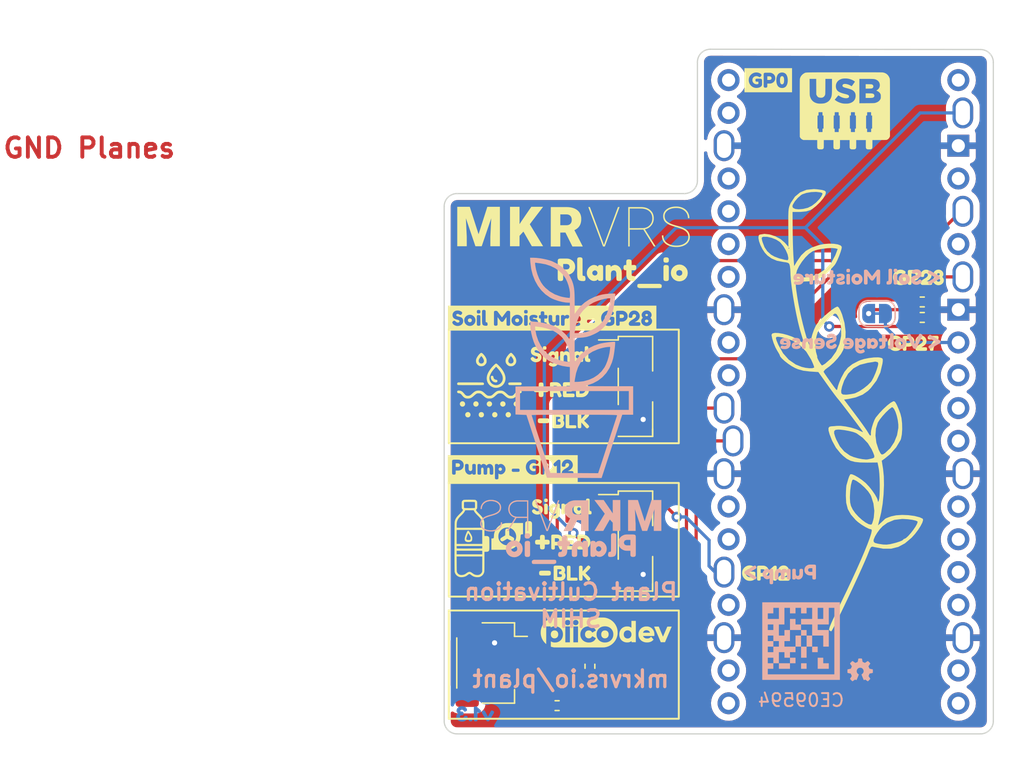
<source format=kicad_pcb>
(kicad_pcb (version 20211014) (generator pcbnew)
  (layers (0 "F.Cu" signal) (31 "B.Cu" signal) (34 "B.Paste" user) (35 "F.Paste" user) (36 "B.SilkS" user "B.Silkscreen") (37 "F.SilkS" user "F.Silkscreen") (38 "B.Mask" user) (39 "F.Mask" user) (44 "Edge.Cuts" user))
  (net 0 "")
  (net 1 "/Digital Pump_PWM")
  (net 2 "GND")
  (net 3 "VCC")
  (net 4 "/Soil_Moisture_sens_ADC")
  (net 5 "+3V3")
  (net 23 "/I2C0_SDA")
  (net 24 "/I2C0_SCL")
  (net 33 "Net-(JP1-Pad2)")
  (net 34 "/V_BAT")
  (footprint "kibuzzard-642512F4" (layer "F.Cu") (at 95.45 71)
    (fp_text reference "kibuzzard-642512F4" hide)
    (fp_text value "G***" hide)
  )
  (footprint "Resistor_SMD:R_0402_1005Metric" (layer "F.Cu") (at 124.75 63)
    (fp_text reference "R3" hide)
    (fp_text value "10k")
    (pad "1" smd roundrect (at -0.51 0) (size 0.54 0.64) (layers "F.Cu" "F.Paste" "F.Mask") (net 3 "VCC"))
    (pad "2" smd roundrect (at 0.51 0) (size 0.54 0.64) (layers "F.Cu" "F.Paste" "F.Mask") (net 33 "Net-(JP1-Pad2)"))
  )
  (footprint "kibuzzard-64251509" (layer "F.Cu") (at 124.05 65)
    (fp_text reference "kibuzzard-64251509" hide)
    (fp_text value "G***" hide)
  )
  (footprint "kibuzzard-642514F3" (layer "F.Cu") (at 124.45 59.9)
    (fp_text reference "kibuzzard-642514F3" hide)
    (fp_text value "G***" hide)
  )
  (footprint "CoreElectronics_Artwork:piicodev_logo_10.2x2.5mm" (layer "F.Cu") (at 100.3 87.4736)
    (fp_text reference "G***" hide)
    (fp_text value "LOGO" hide)
  )
  (footprint "Liam-Footprints:Pico-Shim-Fit_Oval-Spark" (layer "F.Cu") (at 118.75 68.75)
    (fp_text reference "U1" hide)
    (fp_text value "RaspberryPi_Pico_R3")
    (pad "1" thru_hole oval (at -8.99 -24.13) (size 1.7 1.7) (drill 1.02) (layers *.Cu *.Mask))
    (pad "2" thru_hole oval (at -8.99 -21.59) (size 1.7 1.7) (drill 1.02) (layers *.Cu *.Mask))
    (pad "3" thru_hole oval (at -9.34 -19.05) (size 1.6 2.4) (drill oval 1.1 1.9) (layers *.Cu *.Mask) (net 2 "GND"))
    (pad "4" thru_hole oval (at -8.99 -16.51) (size 1.7 1.7) (drill 1.02) (layers *.Cu *.Mask))
    (pad "5" thru_hole oval (at -8.99 -13.97) (size 1.7 1.7) (drill 1.02) (layers *.Cu *.Mask))
    (pad "6" thru_hole oval (at -8.99 -11.43) (size 1.7 1.7) (drill 1.02) (layers *.Cu *.Mask))
    (pad "7" thru_hole oval (at -8.99 -8.89) (size 1.7 1.7) (drill 1.02) (layers *.Cu *.Mask))
    (pad "8" thru_hole oval (at -9.34 -6.35) (size 1.6 2.4) (drill oval 1.1 1.9) (layers *.Cu *.Mask) (net 2 "GND"))
    (pad "9" thru_hole oval (at -8.99 -3.81) (size 1.7 1.7) (drill 1.02) (layers *.Cu *.Mask))
    (pad "10" thru_hole oval (at -8.99 -1.27) (size 1.7 1.7) (drill 1.02) (layers *.Cu *.Mask))
    (pad "11" thru_hole oval (at -9.34 1.27) (size 1.6 2.4) (drill oval 1.1 1.9) (layers *.Cu *.Mask) (net 23 "/I2C0_SDA"))
    (pad "12" thru_hole oval (at -8.64 3.81) (size 1.6 2.4) (drill oval 1.1 1.9) (layers *.Cu *.Mask) (net 24 "/I2C0_SCL"))
    (pad "13" thru_hole oval (at -9.34 6.35) (size 1.6 2.4) (drill oval 1.1 1.9) (layers *.Cu *.Mask) (net 2 "GND"))
    (pad "14" thru_hole oval (at -8.99 8.89) (size 1.7 1.7) (drill 1.02) (layers *.Cu *.Mask))
    (pad "15" thru_hole oval (at -8.99 11.43) (size 1.7 1.7) (drill 1.02) (layers *.Cu *.Mask))
    (pad "16" thru_hole oval (at -9.34 13.97) (size 1.6 2.4) (drill oval 1.1 1.9) (layers *.Cu *.Mask) (net 1 "/Digital Pump_PWM"))
    (pad "17" thru_hole oval (at -8.99 16.51) (size 1.7 1.7) (drill 1.02) (layers *.Cu *.Mask))
    (pad "18" thru_hole oval (at -9.34 19.05) (size 1.6 2.4) (drill oval 1.1 1.9) (layers *.Cu *.Mask) (net 2 "GND"))
    (pad "19" thru_hole oval (at -8.99 21.59) (size 1.7 1.7) (drill 1.02) (layers *.Cu *.Mask))
    (pad "20" thru_hole oval (at -8.99 24.13) (size 1.7 1.7) (drill 1.02) (layers *.Cu *.Mask))
    (pad "21" thru_hole oval (at 8.79 24.13) (size 1.7 1.7) (drill 1.02) (layers *.Cu *.Mask))
    (pad "22" thru_hole oval (at 8.79 21.59) (size 1.7 1.7) (drill 1.02) (layers *.Cu *.Mask))
    (pad "23" thru_hole oval (at 9.14 19.05) (size 1.6 2.4) (drill oval 1.1 1.9) (layers *.Cu *.Mask) (net 2 "GND"))
    (pad "24" thru_hole oval (at 8.79 16.51) (size 1.7 1.7) (drill 1.02) (layers *.Cu *.Mask))
    (pad "25" thru_hole oval (at 8.79 13.97) (size 1.7 1.7) (drill 1.02) (layers *.Cu *.Mask))
    (pad "26" thru_hole oval (at 8.79 11.43) (size 1.7 1.7) (drill 1.02) (layers *.Cu *.Mask))
    (pad "27" thru_hole oval (at 8.79 8.89) (size 1.7 1.7) (drill 1.02) (layers *.Cu *.Mask))
    (pad "28" thru_hole oval (at 9.14 6.35) (size 1.6 2.4) (drill oval 1.1 1.9) (layers *.Cu *.Mask) (net 2 "GND"))
    (pad "29" thru_hole oval (at 8.79 3.81) (size 1.7 1.7) (drill 1.02) (layers *.Cu *.Mask))
    (pad "30" thru_hole oval (at 8.79 1.27) (size 1.7 1.7) (drill 1.02) (layers *.Cu *.Mask))
    (pad "31" thru_hole oval (at 8.79 -1.27) (size 1.7 1.7) (drill 1.02) (layers *.Cu *.Mask))
    (pad "32" thru_hole oval (at 8.79 -3.81) (size 1.7 1.7) (drill 1.02) (layers *.Cu *.Mask) (net 34 "/V_BAT"))
    (pad "33" thru_hole rect (at 8.79 -6.35) (size 1.7 1.7) (drill 1.02) (layers *.Cu *.Mask) (net 2 "GND"))
    (pad "34" thru_hole oval (at 9.14 -8.89) (size 1.6 2.4) (drill oval 1.1 1.9) (layers *.Cu *.Mask) (net 4 "/Soil_Moisture_sens_ADC"))
    (pad "35" thru_hole oval (at 8.79 -11.43) (size 1.7 1.7) (drill 1.02) (layers *.Cu *.Mask))
    (pad "36" thru_hole oval (at 9.14 -13.97) (size 1.6 2.4) (drill oval 1.1 1.9) (layers *.Cu *.Mask) (net 5 "+3V3"))
    (pad "37" thru_hole oval (at 8.79 -16.51) (size 1.7 1.7) (drill 1.02) (layers *.Cu *.Mask))
    (pad "38" thru_hole rect (at 8.79 -19.05) (size 1.7 1.7) (drill 1.02) (layers *.Cu *.Mask) (net 2 "GND"))
    (pad "39" thru_hole oval (at 9.14 -21.59) (size 1.6 2.4) (drill oval 1.1 1.9) (layers *.Cu *.Mask) (net 3 "VCC"))
    (pad "40" thru_hole oval (at 8.79 -24.13) (size 1.7 1.7) (drill 1.02) (layers *.Cu *.Mask))
  )
  (footprint "Fiducial:Fiducial_1mm_Mask2mm" (layer "F.Cu") (at 123.722 92.8696)
    (fp_text reference "FID1" hide)
    (fp_text value "Fiducial")
    (pad "" smd circle locked (at 0 0) (size 1 1) (layers "F.Cu" "F.Mask") (clearance 0.5))
  )
  (footprint "Artwork-SoilProject:makerverse-logo" (layer "F.Cu") (at 97.76 55.9776)
    (fp_text reference "G***" hide)
    (fp_text value "LOGO" hide)
  )
  (footprint "Liam-Footprints:PinHeader_1x03_P2.54mm_Vertical_SMD_Pin1Left-BetterMechanical" (layer "F.Cu") (at 102.408 68.3416)
    (fp_text reference "J2" hide)
    (fp_text value "Sol_Conn")
    (pad "1" smd rect (at -1.51 -2.6) (size 2.6 1.6) (layers "F.Cu" "F.Paste" "F.Mask") (net 4 "/Soil_Moisture_sens_ADC"))
    (pad "2" smd rect (at 1.8 0) (size 2.8 1.6) (layers "F.Cu" "F.Paste" "F.Mask") (net 5 "+3V3"))
    (pad "3" smd rect (at -1.51 2.54) (size 2.6 1.6) (layers "F.Cu" "F.Paste" "F.Mask") (net 2 "GND"))
  )
  (footprint "kibuzzard-63FE8B61" (layer "F.Cu") (at 101.57 59.5336)
    (fp_text reference "kibuzzard-63FE8B61" hide)
    (fp_text value "G***" hide)
  )
  (footprint "kibuzzard-63FC007A" (layer "F.Cu") (at 96.108 63.0416)
    (fp_text reference "kibuzzard-63FC007A" hide)
    (fp_text value "G***" hide)
  )
  (footprint "kibuzzard-64251367" (layer "F.Cu") (at 96.75 66.0176)
    (fp_text reference "kibuzzard-64251367" hide)
    (fp_text value "G***" hide)
  )
  (footprint "Liam-Footprints:PinHeader_1x03_P2.54mm_Vertical_SMD_Pin1Left-BetterMechanical" (layer "F.Cu") (at 102.408 80.3176)
    (fp_text reference "J1" hide)
    (fp_text value "Pump_Conn")
    (pad "1" smd rect (at -1.51 -2.6) (size 2.6 1.6) (layers "F.Cu" "F.Paste" "F.Mask") (net 1 "/Digital Pump_PWM"))
    (pad "2" smd rect (at 1.8 0) (size 2.8 1.6) (layers "F.Cu" "F.Paste" "F.Mask") (net 3 "VCC"))
    (pad "3" smd rect (at -1.51 2.54) (size 2.6 1.6) (layers "F.Cu" "F.Paste" "F.Mask") (net 2 "GND"))
  )
  (footprint "kibuzzard-64251322" (layer "F.Cu") (at 97.45 68.6)
    (fp_text reference "kibuzzard-64251322" hide)
    (fp_text value "G***" hide)
  )
  (footprint "Artwork-SoilProject:soil-symbol" (layer "F.Cu") (at 91.25 68.2416)
    (fp_text reference "G***" hide)
    (fp_text value "LOGO" hide)
  )
  (footprint "Fiducial:Fiducial_1mm_Mask2mm" (layer "F.Cu") (at 123.722 52.2296)
    (fp_text reference "FID2" hide)
    (fp_text value "Fiducial")
    (pad "" smd circle locked (at 0 0) (size 1 1) (layers "F.Cu" "F.Mask") (clearance 0.5))
  )
  (footprint "kibuzzard-642512F4" (layer "F.Cu") (at 95.55 82.8)
    (fp_text reference "kibuzzard-642512F4" hide)
    (fp_text value "G***" hide)
  )
  (footprint "kibuzzard-63FC05E1" (layer "F.Cu") (at 93.058 74.7676)
    (fp_text reference "kibuzzard-63FC05E1" hide)
    (fp_text value "G***" hide)
  )
  (footprint "Resistor_SMD:R_0402_1005Metric" (layer "F.Cu") (at 99.03 90.0136 -90)
    (fp_text reference "R1" hide)
    (fp_text value "10k")
    (pad "1" smd roundrect locked (at -0.51 0 270) (size 0.54 0.64) (layers "F.Cu" "F.Paste" "F.Mask") (net 5 "+3V3"))
    (pad "2" smd roundrect locked (at 0.51 0 270) (size 0.54 0.64) (layers "F.Cu" "F.Paste" "F.Mask") (net 23 "/I2C0_SDA"))
  )
  (footprint "kibuzzard-6425130D" (layer "F.Cu") (at 95.35 80.4)
    (fp_text reference "kibuzzard-6425130D" hide)
    (fp_text value "G***" hide)
  )
  (footprint "Connector_JST:JST_SH_SM04B-SRSS-TB_1x04-1MP_P1.00mm_Horizontal" (layer "F.Cu") (at 91.41 89.7596 -90)
    (fp_text reference "J3" hide)
    (fp_text value "Conn_PiicoDev_socket")
    (pad "1" smd roundrect locked (at -1.5 -2 270) (size 0.6 1.55) (layers "F.Cu" "F.Paste" "F.Mask") (net 2 "GND"))
    (pad "2" smd roundrect locked (at -0.5 -2 270) (size 0.6 1.55) (layers "F.Cu" "F.Paste" "F.Mask") (net 5 "+3V3"))
    (pad "3" smd roundrect locked (at 0.5 -2 270) (size 0.6 1.55) (layers "F.Cu" "F.Paste" "F.Mask") (net 23 "/I2C0_SDA"))
    (pad "4" smd roundrect locked (at 1.5 -2 270) (size 0.6 1.55) (layers "F.Cu" "F.Paste" "F.Mask") (net 24 "/I2C0_SCL"))
    (pad "MP" smd roundrect locked (at -2.8 1.875 270) (size 1.2 1.8) (layers "F.Cu" "F.Paste" "F.Mask") (roundrect_rratio 0.2083333333))
    (pad "MP" smd roundrect locked (at 2.8 1.875 270) (size 1.2 1.8) (layers "F.Cu" "F.Paste" "F.Mask") (roundrect_rratio 0.2083333333))
  )
  (footprint "Resistor_SMD:R_0402_1005Metric" (layer "F.Cu") (at 124.75 61.8)
    (fp_text reference "R4" hide)
    (fp_text value "10k")
    (pad "1" smd roundrect (at -0.51 0) (size 0.54 0.64) (layers "F.Cu" "F.Paste" "F.Mask") (net 33 "Net-(JP1-Pad2)"))
    (pad "2" smd roundrect (at 0.51 0) (size 0.54 0.64) (layers "F.Cu" "F.Paste" "F.Mask") (net 2 "GND"))
  )
  (footprint "Resistor_SMD:R_0402_1005Metric" (layer "F.Cu") (at 96.49 93.0616)
    (fp_text reference "R2" hide)
    (fp_text value "10k")
    (pad "1" smd roundrect locked (at -0.51 0) (size 0.54 0.64) (layers "F.Cu" "F.Paste" "F.Mask") (net 5 "+3V3"))
    (pad "2" smd roundrect locked (at 0.51 0) (size 0.54 0.64) (layers "F.Cu" "F.Paste" "F.Mask") (net 24 "/I2C0_SCL"))
  )
  (footprint "kibuzzard-64251517" (layer "F.Cu") (at 112.65 82.8)
    (fp_text reference "kibuzzard-64251517" hide)
    (fp_text value "G***" hide)
  )
  (footprint "kibuzzard-64251322" (layer "F.Cu") (at 97.55 80.4)
    (fp_text reference "kibuzzard-64251322" hide)
    (fp_text value "G***" hide)
  )
  (footprint "kibuzzard-63FC0833" (layer "F.Cu") (at 112.83 44.6296)
    (fp_text reference "kibuzzard-63FC0833" hide)
    (fp_text value "G***" hide)
  )
  (footprint "Artwork-SoilProject:plant-front-test" (layer "F.Cu") (at 118.782 70.3796)
    (fp_text reference "G***" hide)
    (fp_text value "LOGO" hide)
  )
  (footprint "kibuzzard-642512E6" (layer "F.Cu") (at 97.65 82.8)
    (fp_text reference "kibuzzard-642512E6" hide)
    (fp_text value "G***" hide)
  )
  (footprint "kibuzzard-6425130D" (layer "F.Cu") (at 95.25 68.6)
    (fp_text reference "kibuzzard-6425130D" hide)
    (fp_text value "G***" hide)
  )
  (footprint "Artwork-SoilProject:usb_ico" (layer "F.Cu") (at 118.75 47)
    (fp_text reference "G***" hide)
    (fp_text value "LOGO" hide)
  )
  (footprint "Artwork-SoilProject:pump-6x6" (layer "F.Cu") (at 91.55 80.1176)
    (fp_text reference "G***" hide)
    (fp_text value "LOGO" hide)
  )
  (footprint "kibuzzard-642512E6" (layer "F.Cu") (at 97.55 71)
    (fp_text reference "kibuzzard-642512E6" hide)
    (fp_text value "G***" hide)
  )
  (footprint "kibuzzard-64251367" (layer "F.Cu") (at 96.85 77.8176)
    (fp_text reference "kibuzzard-64251367" hide)
    (fp_text value "G***" hide)
  )
  (footprint "Artwork-SoilProject:datamatrix-ce09594" (layer "B.Cu") (at 115.37 88.0636 180)
    (fp_text reference "G***" hide)
    (fp_text value "LOGO" hide)
  )
  (footprint "kibuzzard-64251220" (layer "B.Cu") (at 113.75 82.9 180)
    (fp_text reference "kibuzzard-64251220" hide)
    (fp_text value "G***" hide)
  )
  (footprint "CoreElectronics_Components:SolderJumper-2_P1.3mm_Bridged_RoundedPad1.0x1.5mm" (layer "B.Cu") (at 121.25 62.7 180)
    (fp_text reference "JP1" hide)
    (fp_text value "SolderJumper_2_Bridged")
    (fp_poly (pts (xy 0.25 0.1) (xy -0.25 0.1) (xy -0.25 -0.1) (xy 0.25 -0.1)) (layer "B.Cu") (width 0) (fill solid))
    (pad "1" smd custom locked (at -0.65 0 180) (size 1 0.5) (layers "B.Cu" "B.Mask") (net 34 "/V_BAT") (options (clearance outline) (anchor rect)) (primitives (gr_circle (center 0 -0.25) (end 0.5 -0.25) (width 0) (fill yes)) (gr_circle (center 0 0.25) (end 0.5 0.25) (width 0) (fill yes)) (gr_poly (pts (xy 0 0.75) (xy 0.5 0.75) (xy 0.5 -0.75) (xy 0 -0.75)) (width 0) (fill yes))))
    (pad "2" smd custom locked (at 0.65 0 180) (size 1 0.5) (layers "B.Cu" "B.Mask") (net 33 "Net-(JP1-Pad2)") (options (clearance outline) (anchor rect)) (primitives (gr_circle (center 0 -0.25) (end 0.5 -0.25) (width 0) (fill yes)) (gr_circle (center 0 0.25) (end 0.5 0.25) (width 0) (fill yes)) (gr_poly (pts (xy 0 0.75) (xy -0.5 0.75) (xy -0.5 -0.75) (xy 0 -0.75)) (width 0) (fill yes))))
  )
  (footprint "CoreElectronics_Artwork:oshw" (layer "B.Cu") (at 119.95 90.3 180)
    (fp_text reference "G***" hide)
    (fp_text value "LOGO" hide)
  )
  (footprint "CoreElectronics_Artwork:makerverse_logo_short_14.0x2.4mm" (layer "B.Cu") (at 97.55 78.35 180)
    (fp_text reference "G***" hide)
    (fp_text value "LOGO" hide)
  )
  (footprint "kibuzzard-64251D2A" (layer "B.Cu") (at 90.15 93.7 180)
    (fp_text reference "kibuzzard-64251D2A" hide)
    (fp_text value "G***" hide)
    (fp_poly (pts (xy -0.585788 0.237331) (xy -0.523875 0.186531) (xy -0.503238 0.132556) (xy -0.534988 0.045244) (xy -0.8636 -0.518319) (xy -0.9144 -0.566738) (xy -0.983456 -0.588169) (xy -1.048544 -0.5715) (xy -1.0922 -0.537369) (xy -1.106488 -0.519906) (xy -1.436688 0.045244) (xy -1.468438 0.130969) (xy -1.4478 0.186134) (xy -1.385888 0.237331) (xy -1.290638 0.272256) (xy -1.235869 0.250825) (xy -1.1938 0.186531) (xy -0.985838 -0.213519) (xy -0.777875 0.186531) (xy -0.751681 0.230188) (xy -0.7239 0.257175) (xy -0.6731 0.270669) (xy -0.585788 0.237331)) (layer "B.Cu") (width 0) (fill solid))
    (fp_poly (pts (xy -0.13335 0.543719) (xy -0.043656 0.584994) (xy 0.03175 0.577056) (xy 0.073025 0.5588) (xy 0.09525 0.524669) (xy 0.103187 0.440531) (xy 0.103187 -0.443706) (xy 0.100806 -0.498475) (xy 0.085725 -0.540544) (xy 0.043656 -0.572691) (xy -0.0381 -0.583406) (xy -0.117872 -0.573087) (xy -0.160337 -0.542131) (xy -0.175419 -0.498475) (xy -0.1778 -0.440531) (xy -0.1778 0.126206) (xy -0.198438 0.107156) (xy -0.309562 0.057944) (xy -0.405606 0.113506) (xy -0.455613 0.211931) (xy -0.398463 0.305594) (xy -0.138113 0.540544) (xy -0.13335 0.543719)) (layer "B.Cu") (width 0) (fill solid))
    (fp_poly (pts (xy 0.47625 -0.318294) (xy 0.503238 -0.429419) (xy 0.503238 -0.435769) (xy 0.500856 -0.492125) (xy 0.484188 -0.535781) (xy 0.442317 -0.570309) (xy 0.364331 -0.581819) (xy 0.284559 -0.574278) (xy 0.237331 -0.551656) (xy 0.206375 -0.437356) (xy 0.206375 -0.431006) (xy 0.208756 -0.375444) (xy 0.223838 -0.332581) (xy 0.265708 -0.296863) (xy 0.343694 -0.284956) (xy 0.424855 -0.293291) (xy 0.47625 -0.318294)) (layer "B.Cu") (width 0) (fill solid))
    (fp_poly (pts (xy 1.319213 0.038894) (xy 1.319213 0.027781) (xy 1.366044 -0.00635) (xy 1.41605 -0.057944) (xy 1.455341 -0.129381) (xy 1.468438 -0.210344) (xy 1.454326 -0.316971) (xy 1.411993 -0.410369) (xy 1.341438 -0.490537) (xy 1.249539 -0.551833) (xy 1.143176 -0.58861) (xy 1.02235 -0.600869) (xy 0.902406 -0.588522) (xy 0.796572 -0.55148) (xy 0.70485 -0.489744) (xy 0.660003 -0.440134) (xy 0.620712 -0.377031) (xy 0.60325 -0.335756) (xy 0.600075 -0.319881) (xy 0.582613 -0.234156) (xy 0.621506 -0.1651) (xy 0.738187 -0.142081) (xy 0.822325 -0.157956) (xy 0.86995 -0.240506) (xy 0.957263 -0.316706) (xy 1.023937 -0.326231) (xy 1.096962 -0.317698) (xy 1.147762 -0.2921) (xy 1.18745 -0.215106) (xy 1.148556 -0.1397) (xy 1.056481 -0.107156) (xy 0.98425 -0.103981) (xy 0.942975 -0.088106) (xy 0.910828 -0.047228) (xy 0.900112 0.034131) (xy 0.914797 0.122634) (xy 0.95885 0.165894) (xy 1.0414 0.173831) (xy 1.131887 0.189309) (xy 1.16205 0.235744) (xy 1.1303 0.299244) (xy 1.042194 0.329406) (xy 0.9525 0.310356) (xy 0.911225 0.272256) (xy 0.9017 0.253206) (xy 0.85725 0.193675) (xy 0.796925 0.173831) (xy 0.709613 0.202406) (xy 0.650081 0.252016) (xy 0.630237 0.308769) (xy 0.66675 0.416719) (xy 0.701675 0.466725) (xy 0.767556 0.529431) (xy 0.872331 0.578644) (xy 0.94357 0.595313) (xy 1.02235 0.600869) (xy 1.143353 0.588522) (xy 1.246011 0.55148) (xy 1.330325 0.489744) (xy 1.392943 0.412574) (xy 1.430514 0.32923) (xy 1.443038 0.239713) (xy 1.429279 0.155663) (xy 1.388004 0.088724) (xy 1.319213 0.038894)) (layer "B.Cu") (width 0) (fill solid))
  )
  (footprint "kibuzzard-642511A6" (layer "B.Cu") (at 120.45 59.85 180)
    (fp_text reference "kibuzzard-642511A6" hide)
    (fp_text value "G***" hide)
  )
  (footprint "kibuzzard-63FE8B61" (layer "B.Cu") (at 97.55 80.9 180)
    (fp_text reference "kibuzzard-63FE8B61" hide)
    (fp_text value "G***" hide)
  )
  (footprint "Artwork-SoilProject:plant-artwork" (layer "B.Cu") (at 97.550001 66.9056 180)
    (fp_text reference "G***" hide)
    (fp_text value "LOGO" hide)
  )
  (footprint "kibuzzard-64251DB8" (layer "B.Cu") (at 119.95 65 180)
    (fp_text reference "kibuzzard-64251DB8" hide)
    (fp_text value "G***" hide)
  )
  (gr_rect (start 88.108 85.6956) (end 105.908 94.0776) (layer "F.SilkS") (width 0.15) (fill none))
  (gr_rect (start 105.908 72.7416) (end 88.108 63.9416) (layer "F.SilkS") (width 0.15) (fill none))
  (gr_rect (start 105.908 84.6176) (end 88.108 75.8176) (layer "F.SilkS") (width 0.15) (fill none))
  (gr_line (start 87.750001 54.4056) (end 87.750001 94.249999) (layer "Edge.Cuts") (width 0.1))
  (gr_line (start 107.350001 43.2296) (end 107.350001 52.4056) (layer "Edge.Cuts") (width 0.1))
  (gr_line (start 129.249999 95.249999) (end 88.750001 95.249999) (layer "Edge.Cuts") (width 0.1))
  (gr_line (start 108.350001 42.2296) (end 129.249999 42.250001) (layer "Edge.Cuts") (width 0.1))
  (gr_arc (start 87.750001 54.4056) (mid 88.042894 53.698493) (end 88.750001 53.4056) (layer "Edge.Cuts") (width 0.1))
  (gr_arc (start 107.350001 52.4056) (mid 107.057108 53.112707) (end 106.350001 53.4056) (layer "Edge.Cuts") (width 0.1))
  (gr_arc (start 130.249999 94.249999) (mid 129.957106 94.957106) (end 129.249999 95.249999) (layer "Edge.Cuts") (width 0.1))
  (gr_arc (start 88.750001 95.249999) (mid 88.042894 94.957106) (end 87.750001 94.249999) (layer "Edge.Cuts") (width 0.1))
  (gr_arc (start 129.249999 42.250001) (mid 129.957106 42.542894) (end 130.249999 43.250001) (layer "Edge.Cuts") (width 0.1))
  (gr_line (start 130.249999 43.250001) (end 130.249999 94.249999) (layer "Edge.Cuts") (width 0.1))
  (gr_line (start 106.350001 53.4056) (end 88.750001 53.4056) (layer "Edge.Cuts") (width 0.1))
  (gr_arc (start 107.350001 43.2296) (mid 107.642894 42.522493) (end 108.350001 42.2296) (layer "Edge.Cuts") (width 0.1))
  (gr_text "GND Planes" (at 60.282 49.8796) (layer "F.Cu") (effects (font (size 1.5 1.5) (thickness 0.3))))
  (gr_text "Plant Cultivation\nSHIM" (at 97.55 85.3) (layer "B.SilkS") (effects (font (size 1.3 1.3) (thickness 0.25)) (justify mirror)))
  (gr_text "mkrvrs.io/plant" (at 97.55 91) (layer "B.SilkS") (effects (font (size 1.3 1.3) (thickness 0.25)) (justify mirror)))
  (gr_text "CE09594" (at 115.37 92.6356) (layer "B.SilkS") (effects (font (size 1 1)) (justify mirror)))
  (segment (start 100.898 77.6176) (end 104.9176 77.6176) (width 0.25) (layer "F.Cu") (net 1))
  (segment (start 104.9176 77.6176) (end 105.75 78.45) (width 0.25) (layer "F.Cu") (net 1))
  (via (at 105.75 78.45) (size 0.8) (drill 0.4) (layers "F.Cu" "B.Cu") (net 1))
  (segment (start 109.41 82.72) (end 108.72 82.72) (width 0.25) (layer "B.Cu") (net 1))
  (segment (start 108.25 80.25) (end 106.45 78.45) (width 0.25) (layer "B.Cu") (net 1))
  (segment (start 106.45 78.45) (end 105.75 78.45) (width 0.25) (layer "B.Cu") (net 1))
  (segment (start 108.25 82.25) (end 108.375 82.375) (width 0.25) (layer "B.Cu") (net 1))
  (segment (start 108.25 80.25) (end 108.25 82.25) (width 0.25) (layer "B.Cu") (net 1))
  (segment (start 108.72 82.72) (end 108.375 82.375) (width 0.25) (layer "B.Cu") (net 1))
  (segment (start 108.375 82.375) (end 108.75 82.75) (width 0.25) (layer "B.Cu") (net 1))
  (segment (start 103.15 82.9) (end 103.0076 82.7576) (width 0.25) (layer "F.Cu") (net 2))
  (segment (start 91.65 88.2) (end 91.7096 88.2596) (width 0.25) (layer "F.Cu") (net 2))
  (segment (start 125.86 62.4) (end 127.54 62.4) (width 0.25) (layer "F.Cu") (net 2))
  (segment (start 125.26 61.8) (end 125.86 62.4) (width 0.25) (layer "F.Cu") (net 2))
  (segment (start 103.0076 82.7576) (end 100.898 82.7576) (width 0.25) (layer "F.Cu") (net 2))
  (segment (start 91.7096 88.2596) (end 93.41 88.2596) (width 0.25) (layer "F.Cu") (net 2))
  (via (at 103.15 70.9) (size 0.8) (drill 0.4) (layers "F.Cu" "B.Cu") (net 2))
  (via (at 91.65 88.2) (size 0.8) (drill 0.4) (layers "F.Cu" "B.Cu") (net 2))
  (via (at 103.15 82.9) (size 0.8) (drill 0.4) (layers "F.Cu" "B.Cu") (net 2))
  (segment (start 123.54 63.7) (end 124.24 63) (width 0.25) (layer "F.Cu") (net 3))
  (segment (start 98.2676 80.2176) (end 97.75 79.7) (width 0.25) (layer "F.Cu") (net 3))
  (segment (start 104.208 80.2176) (end 98.2676 80.2176) (width 0.3) (layer "F.Cu") (net 3))
  (segment (start 117.55 63.7) (end 123.54 63.7) (width 0.25) (layer "F.Cu") (net 3))
  (via (at 97.75 79.7) (size 0.8) (drill 0.4) (layers "F.Cu" "B.Cu") (net 3))
  (via (at 117.55 63.7) (size 0.8) (drill 0.4) (layers "F.Cu" "B.Cu") (net 3))
  (segment (start 105.7 56.05) (end 95.5 66.25) (width 0.25) (layer "B.Cu") (net 3))
  (segment (start 124.59 47.16) (end 115.7 56.05) (width 0.25) (layer "B.Cu") (net 3))
  (segment (start 95.5 77.45) (end 97.75 79.7) (width 0.25) (layer "B.Cu") (net 3))
  (segment (start 95.5 66.25) (end 95.5 77.45) (width 0.25) (layer "B.Cu") (net 3))
  (segment (start 115.7 56.05) (end 105.7 56.05) (width 0.25) (layer "B.Cu") (net 3))
  (segment (start 127.54 47.16) (end 124.59 47.16) (width 0.25) (layer "B.Cu") (net 3))
  (segment (start 117.55 63.7) (end 117.05 63.2) (width 0.25) (layer "B.Cu") (net 3))
  (segment (start 117.05 63.2) (end 117.05 57.4) (width 0.25) (layer "B.Cu") (net 3))
  (segment (start 117.05 57.4) (end 115.7 56.05) (width 0.25) (layer "B.Cu") (net 3))
  (segment (start 107.3416 65.8416) (end 107.7 66.2) (width 0.25) (layer "F.Cu") (net 4))
  (segment (start 107.7 66.2) (end 111.25 66.2) (width 0.25) (layer "F.Cu") (net 4))
  (segment (start 111.25 66.2) (end 117.59 59.86) (width 0.25) (layer "F.Cu") (net 4))
  (segment (start 117.59 59.86) (end 127.74 59.86) (width 0.25) (layer "F.Cu") (net 4))
  (segment (start 100.753 65.8416) (end 107.3416 65.8416) (width 0.25) (layer "F.Cu") (net 4))
  (segment (start 97.8084 68.4416) (end 97.8084 68.1916) (width 0.25) (layer "F.Cu") (net 5))
  (segment (start 97.8084 68.1916) (end 97.8084 65.4416) (width 0.25) (layer "F.Cu") (net 5))
  (segment (start 96.5 88.5) (end 96.75 88.5) (width 0.25) (layer "F.Cu") (net 5))
  (segment (start 98.0584 68.4416) (end 97.8084 68.1916) (width 0.25) (layer "F.Cu") (net 5))
  (segment (start 96.5 88.25) (end 96.5 69.75) (width 0.25) (layer "F.Cu") (net 5))
  (segment (start 93.41 89.2596) (end 95.7404 89.2596) (width 0.25) (layer "F.Cu") (net 5))
  (segment (start 95.7404 89.2596) (end 96.5 88.5) (width 0.25) (layer "F.Cu") (net 5))
  (segment (start 97.8084 68.4416) (end 98.0584 68.4416) (width 0.25) (layer "F.Cu") (net 5))
  (segment (start 96.5 69.75) (end 97.8084 68.4416) (width 0.25) (layer "F.Cu") (net 5))
  (segment (start 91.75 91.75) (end 91.75 89.75) (width 0.25) (layer "F.Cu") (net 5))
  (segment (start 123.92 58.6) (end 127.74 54.78) (width 0.25) (layer "F.Cu") (net 5))
  (segment (start 99.03 88.78) (end 99.03 89.5036) (width 0.25) (layer "F.Cu") (net 5))
  (segment (start 98.0584 68.4416) (end 104.063 68.4416) (width 0.25) (layer "F.Cu") (net 5))
  (segment (start 98.75 88.5) (end 99.03 88.78) (width 0.25) (layer "F.Cu") (net 5))
  (segment (start 93.0616 93.0616) (end 91.75 91.75) (width 0.25) (layer "F.Cu") (net 5))
  (segment (start 92.2404 89.2596) (end 93.41 89.2596) (width 0.25) (layer "F.Cu") (net 5))
  (segment (start 96.75 88.5) (end 98.75 88.5) (width 0.25) (layer "F.Cu") (net 5))
  (segment (start 104.65 58.6) (end 123.92 58.6) (width 0.25) (layer "F.Cu") (net 5))
  (segment (start 91.75 89.75) (end 92.2404 89.2596) (width 0.25) (layer "F.Cu") (net 5))
  (segment (start 97.8084 65.4416) (end 104.65 58.6) (width 0.25) (layer "F.Cu") (net 5))
  (segment (start 96.75 88.5) (end 96.5 88.25) (width 0.25) (layer "F.Cu") (net 5))
  (segment (start 95.98 93.0616) (end 93.0616 93.0616) (width 0.25) (layer "F.Cu") (net 5))
  (segment (start 96.5 88.5) (end 96.5 88.25) (width 0.25) (layer "F.Cu") (net 5))
  (segment (start 106.5 86.25) (end 101.4664 91.2836) (width 0.25) (layer "F.Cu") (net 23))
  (segment (start 97.506 91.2836) (end 96.482 90.2596) (width 0.25) (layer "F.Cu") (net 23))
  (segment (start 107.48 70.02) (end 106.5 71) (width 0.25) (layer "F.Cu") (net 23))
  (segment (start 98.776 91.2836) (end 99.284 91.2836) (width 0.25) (layer "F.Cu") (net 23))
  (segment (start 98.776 91.2836) (end 99.03 91.0296) (width 0.25) (layer "F.Cu") (net 23))
  (segment (start 101.4664 91.2836) (end 99.284 91.2836) (width 0.25) (layer "F.Cu") (net 23))
  (segment (start 109.76 70.02) (end 107.48 70.02) (width 0.25) (layer "F.Cu") (net 23))
  (segment (start 99.03 90.5236) (end 99.03 91.0296) (width 0.25) (layer "F.Cu") (net 23))
  (segment (start 98.776 91.2836) (end 97.506 91.2836) (width 0.25) (layer "F.Cu") (net 23))
  (segment (start 106.5 71) (end 106.5 86.25) (width 0.25) (layer "F.Cu") (net 23))
  (segment (start 99.284 91.2836) (end 99.03 91.0296) (width 0.25) (layer "F.Cu") (net 23))
  (segment (start 96.482 90.2596) (end 93.41 90.2596) (width 0.25) (layer "F.Cu") (net 23))
  (segment (start 97.76 92.0456) (end 98.014 92.0456) (width 0.25) (layer "F.Cu") (net 24))
  (segment (start 98.014 92.2996) (end 98.014 92.0456) (width 0.25) (layer "F.Cu") (net 24))
  (segment (start 98.014 92.2996) (end 98.268 92.0456) (width 0.25) (layer "F.Cu") (net 24))
  (segment (start 96.744 91.7916) (end 96.998 92.0456) (width 0.25) (layer "F.Cu") (net 24))
  (segment (start 93.41 91.2596) (end 96.212 91.2596) (width 0.25) (layer "F.Cu") (net 24))
  (segment (start 98.014 92.8076) (end 98.014 92.2996) (width 0.25) (layer "F.Cu") (net 24))
  (segment (start 107.25 73.5) (end 108.19 72.56) (width 0.25) (layer "F.Cu") (net 24))
  (segment (start 97.76 93.0616) (end 98.014 92.8076) (width 0.25) (layer "F.Cu") (net 24))
  (segment (start 98.268 92.0456) (end 101.9544 92.0456) (width 0.25) (layer "F.Cu") (net 24))
  (segment (start 96.212 91.2596) (end 96.744 91.7916) (width 0.25) (layer "F.Cu") (net 24))
  (segment (start 107.25 86.75) (end 107.25 73.5) (width 0.25) (layer "F.Cu") (net 24))
  (segment (start 98.014 92.2996) (end 97.76 92.0456) (width 0.25) (layer "F.Cu") (net 24))
  (segment (start 97 93.0616) (end 97.76 93.0616) (width 0.25) (layer "F.Cu") (net 24))
  (segment (start 101.9544 92.0456) (end 107.25 86.75) (width 0.25) (layer "F.Cu") (net 24))
  (segment (start 108.19 72.56) (end 109.96 72.56) (width 0.25) (layer "F.Cu") (net 24))
  (segment (start 98.014 92.0456) (end 98.268 92.0456) (width 0.25) (layer "F.Cu") (net 24))
  (segment (start 96.998 92.0456) (end 97.76 92.0456) (width 0.25) (layer "F.Cu") (net 24))
  (segment (start 123.64 62.4) (end 124.24 61.8) (width 0.25) (layer "F.Cu") (net 33))
  (segment (start 124.24 61.98) (end 124.24 61.8) (width 0.25) (layer "F.Cu") (net 33))
  (segment (start 120.9 62.4) (end 123.64 62.4) (width 0.25) (layer "F.Cu") (net 33))
  (segment (start 120.6 62.7) (end 120.9 62.4) (width 0.25) (layer "F.Cu") (net 33))
  (segment (start 125.26 63) (end 124.24 61.98) (width 0.25) (layer "F.Cu") (net 33))
  (via (at 120.6 62.7) (size 0.8) (drill 0.4) (layers "F.Cu" "B.Cu") (net 33))
  (segment (start 123.09 64.94) (end 127.54 64.94) (width 0.25) (layer "B.Cu") (net 34))
  (segment (start 121.9 62.7) (end 121.9 63.75) (width 0.25) (layer "B.Cu") (net 34))
  (segment (start 121.9 63.75) (end 123.09 64.94) (width 0.25) (layer "B.Cu") (net 34))
  (zone (net 2) (net_name "GND") (layer "F.Cu") (connect_pads (clearance 0.508)) (min_thickness 0.254) (fill yes (thermal_gap 0.508) (thermal_bridge_width 0.508))
    (polygon (pts (xy 132.642 97.9696) (xy 84.382 97.9696) (xy 84.382 57.3296) (xy 69.142 57.3296) (xy 69.142 52.2496) (xy 84.382 52.2496) (xy 84.382 39.5496) (xy 132.642 39.5496)))
  )
  (zone (net 2) (net_name "GND") (layer "B.Cu") (connect_pads (clearance 0.508)) (min_thickness 0.254) (fill yes (thermal_gap 0.508) (thermal_bridge_width 0.508))
    (polygon (pts (xy 132.642 97.9696) (xy 84.382 97.9696) (xy 84.382 47.1696) (xy 69.142 47.1696) (xy 69.142 39.5496) (xy 132.642 39.5496)))
  )
)
</source>
